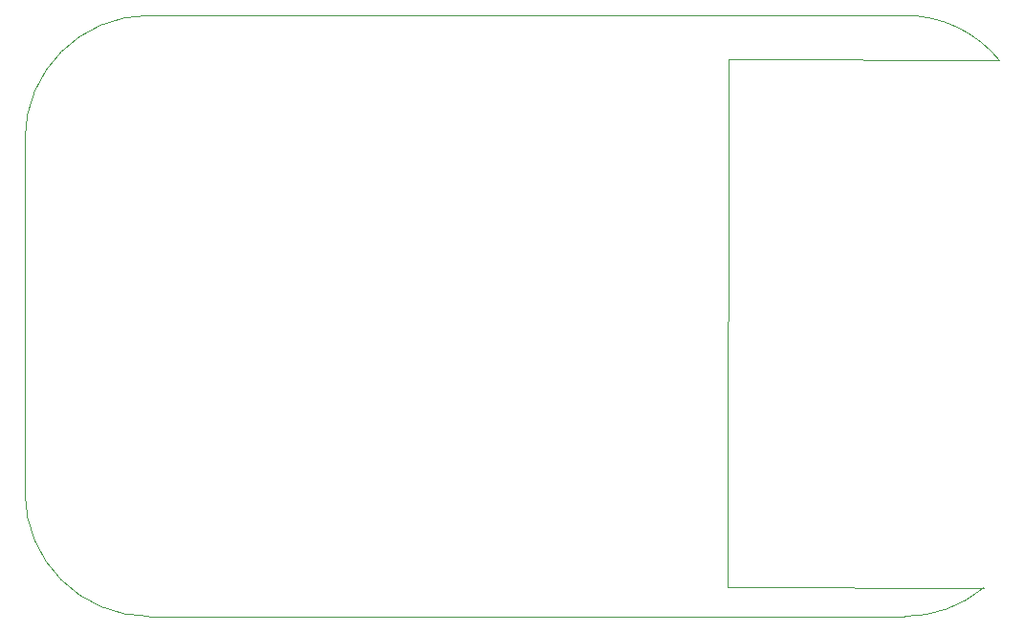
<source format=gm1>
G04 #@! TF.GenerationSoftware,KiCad,Pcbnew,(6.0.5)*
G04 #@! TF.CreationDate,2022-05-30T10:59:04+08:00*
G04 #@! TF.ProjectId,miniaf1,6d696e69-6166-4312-9e6b-696361645f70,rev?*
G04 #@! TF.SameCoordinates,Original*
G04 #@! TF.FileFunction,Profile,NP*
%FSLAX46Y46*%
G04 Gerber Fmt 4.6, Leading zero omitted, Abs format (unit mm)*
G04 Created by KiCad (PCBNEW (6.0.5)) date 2022-05-30 10:59:04*
%MOMM*%
%LPD*%
G01*
G04 APERTURE LIST*
G04 #@! TA.AperFunction,Profile*
%ADD10C,0.100000*%
G04 #@! TD*
G04 APERTURE END LIST*
D10*
X90900000Y-56400000D02*
G75*
G03*
X79900000Y-67400000I0J-11000000D01*
G01*
X142200000Y-60325000D02*
X142100000Y-107100000D01*
X142200000Y-60325000D02*
X166200000Y-60400000D01*
X79900000Y-98700000D02*
G75*
G03*
X90900000Y-109700000I11000000J0D01*
G01*
X79900000Y-67400000D02*
X79900000Y-98700000D01*
X157800000Y-109703091D02*
X90900000Y-109700000D01*
X166200014Y-60399989D02*
G75*
G03*
X157800000Y-56400000I-8402514J-6825311D01*
G01*
X157800000Y-56400000D02*
X90900000Y-56400000D01*
X142100000Y-107100000D02*
X164800000Y-107168742D01*
X157800000Y-109703077D02*
G75*
G03*
X164800000Y-107168742I-500J10935777D01*
G01*
M02*

</source>
